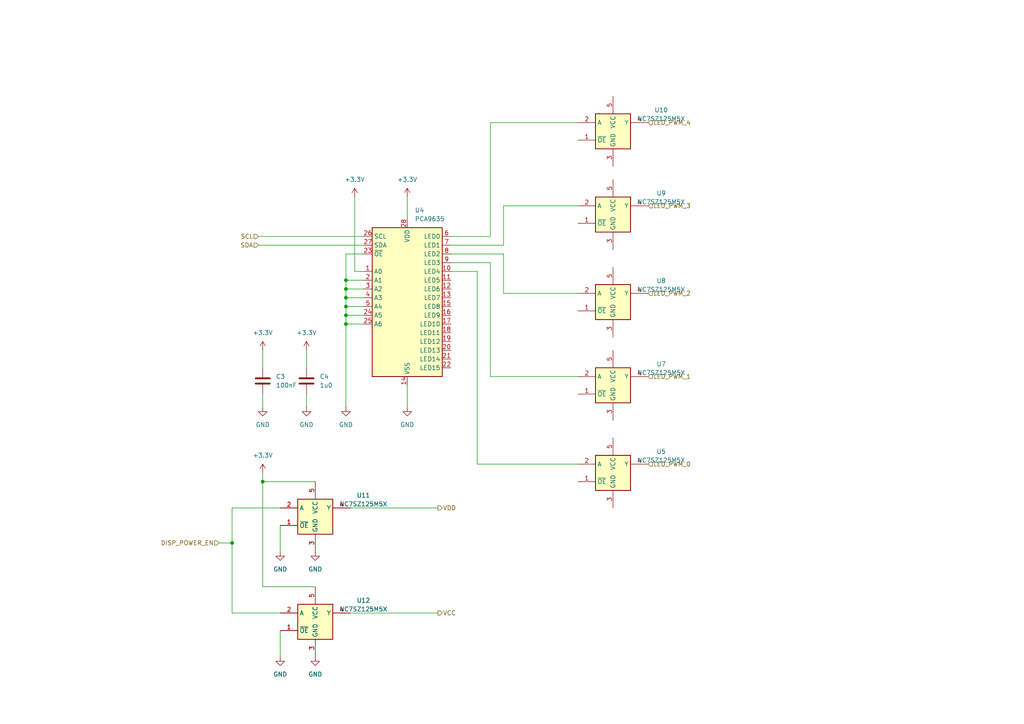
<source format=kicad_sch>
(kicad_sch (version 20231120) (generator "eeschema") (generator_version "8.0")
  (paper "A4")
  (lib_symbols
    (symbol "74xGxx:NC7SZ125M5X"
      (property "Reference" "U" (at -5.08 6.35 0))
      (property "Value" "NC7SZ125M5X" (at 7.62 6.35 0))
      (symbol "NC7SZ125M5X_0_1"
        (rectangle (start -5.08 5.08) (end 5.08 -5.08) (stroke (width 0.254)) (fill (type background)))
      )
      (symbol "NC7SZ125M5X_1_1"
        (pin input line (at -10.16 -2.54 0) (length 5.08) (name "~{OE}") (number "1"))
        (pin input line (at -10.16 2.54 0) (length 5.08) (name "A") (number "2"))
        (pin power_in line (at 0 -10.16 90) (length 5.08) (name "GND") (number "3"))
        (pin output line (at 10.16 2.54 180) (length 5.08) (name "Y") (number "4"))
        (pin power_in line (at 0 10.16 270) (length 5.08) (name "VCC") (number "5"))
      )
    )
    (symbol "Device:C" (pin_numbers hide) (pin_names (offset 0.254))
      (property "Reference" "C" (at 0.635 2.54 0))
      (property "Value" "C" (at 0.635 -2.54 0))
      (symbol "C_0_1"
        (polyline (pts (xy -2.032 -0.762) (xy 2.032 -0.762)) (stroke (width 0.508)))
        (polyline (pts (xy -2.032 0.762) (xy 2.032 0.762)) (stroke (width 0.508)))
      )
      (symbol "C_1_1"
        (pin passive line (at 0 3.81 270) (length 2.794) (name "~") (number "1"))
        (pin passive line (at 0 -3.81 90) (length 2.794) (name "~") (number "2"))
      )
    )
    (symbol "Driver_LED:PCA9635"
      (property "Reference" "U" (at -10.16 24.13 0))
      (property "Value" "PCA9635" (at 2.54 -21.59 0))
      (symbol "PCA9635_0_1"
        (rectangle (start -10.16 22.86) (end 10.16 -20.32) (stroke (width 0.254)) (fill (type background)))
      )
      (symbol "PCA9635_1_1"
        (pin input line (at -12.7 10.16 0) (length 2.54) (name "A0") (number "1"))
        (pin output line (at 12.7 10.16 180) (length 2.54) (name "LED4") (number "10"))
        (pin output line (at 12.7 7.62 180) (length 2.54) (name "LED5") (number "11"))
        (pin output line (at 12.7 5.08 180) (length 2.54) (name "LED6") (number "12"))
        (pin output line (at 12.7 2.54 180) (length 2.54) (name "LED7") (number "13"))
        (pin power_in line (at 0 -22.86 90) (length 2.54) (name "VSS") (number "14"))
        (pin output line (at 12.7 0 180) (length 2.54) (name "LED8") (number "15"))
        (pin output line (at 12.7 -2.54 180) (length 2.54) (name "LED9") (number "16"))
        (pin output line (at 12.7 -5.08 180) (length 2.54) (name "LED10") (number "17"))
        (pin output line (at 12.7 -7.62 180) (length 2.54) (name "LED11") (number "18"))
        (pin output line (at 12.7 -10.16 180) (length 2.54) (name "LED12") (number "19"))
        (pin input line (at -12.7 7.62 0) (length 2.54) (name "A1") (number "2"))
        (pin output line (at 12.7 -12.7 180) (length 2.54) (name "LED13") (number "20"))
        (pin output line (at 12.7 -15.24 180) (length 2.54) (name "LED14") (number "21"))
        (pin output line (at 12.7 -17.78 180) (length 2.54) (name "LED15") (number "22"))
        (pin input line (at -12.7 15.24 0) (length 2.54) (name "~{OE}") (number "23"))
        (pin input line (at -12.7 -2.54 0) (length 2.54) (name "A5") (number "24"))
        (pin input line (at -12.7 -5.08 0) (length 2.54) (name "A6") (number "25"))
        (pin input line (at -12.7 20.32 0) (length 2.54) (name "SCL") (number "26"))
        (pin bidirectional line (at -12.7 17.78 0) (length 2.54) (name "SDA") (number "27"))
        (pin power_in line (at 0 25.4 270) (length 2.54) (name "VDD") (number "28"))
        (pin input line (at -12.7 5.08 0) (length 2.54) (name "A2") (number "3"))
        (pin input line (at -12.7 2.54 0) (length 2.54) (name "A3") (number "4"))
        (pin input line (at -12.7 0 0) (length 2.54) (name "A4") (number "5"))
        (pin output line (at 12.7 20.32 180) (length 2.54) (name "LED0") (number "6"))
        (pin output line (at 12.7 17.78 180) (length 2.54) (name "LED1") (number "7"))
        (pin output line (at 12.7 15.24 180) (length 2.54) (name "LED2") (number "8"))
        (pin output line (at 12.7 12.7 180) (length 2.54) (name "LED3") (number "9"))
      )
    )
    (symbol "power:+3.3V" (power) (pin_numbers hide) (pin_names (offset 0) hide)
      (property "Value" "+3.3V" (at 0 3.556 0))
      (symbol "+3.3V_0_1"
        (polyline (pts (xy -0.762 1.27) (xy 0 2.54)))
        (polyline (pts (xy 0 0) (xy 0 2.54)))
        (polyline (pts (xy 0 2.54) (xy 0.762 1.27)))
      )
      (symbol "+3.3V_1_1"
        (pin power_in line (at 0 0 90) (length 0) (name "~") (number "1"))
      )
    )
    (symbol "power:GND" (power) (pin_numbers hide) (pin_names (offset 0) hide)
      (property "Value" "GND" (at 0 -3.81 0))
      (symbol "GND_0_1"
        (polyline (pts (xy 0 0) (xy 0 -1.27) (xy 1.27 -1.27) (xy 0 -2.54) (xy -1.27 -1.27) (xy 0 -1.27)))
      )
      (symbol "GND_1_1"
        (pin power_in line (at 0 0 270) (length 0) (name "~") (number "1"))
      )
    )
  )
  (junction (at 100.33 81.28))
  (junction (at 100.33 88.9))
  (junction (at 100.33 91.44))
  (junction (at 67.31 157.48))
  (junction (at 100.33 86.36))
  (junction (at 100.33 83.82))
  (junction (at 100.33 93.98))
  (junction (at 76.2 139.7))
  (wire (pts (xy 67.31 147.32) (xy 67.31 157.48)))
  (wire (pts (xy 101.6 177.8) (xy 127 177.8)))
  (wire (pts (xy 76.2 101.6) (xy 76.2 106.68)))
  (wire (pts (xy 146.05 85.09) (xy 146.05 73.66)))
  (wire (pts (xy 81.28 152.4) (xy 81.28 160.02)))
  (wire (pts (xy 100.33 81.28) (xy 100.33 83.82)))
  (wire (pts (xy 100.33 93.98) (xy 100.33 118.11)))
  (wire (pts (xy 142.24 76.2) (xy 142.24 109.22)))
  (wire (pts (xy 118.11 57.15) (xy 118.11 63.5)))
  (wire (pts (xy 142.24 109.22) (xy 167.64 109.22)))
  (wire (pts (xy 100.33 83.82) (xy 105.41 83.82)))
  (wire (pts (xy 146.05 71.12) (xy 146.05 59.69)))
  (wire (pts (xy 100.33 91.44) (xy 100.33 93.98)))
  (wire (pts (xy 81.28 147.32) (xy 67.31 147.32)))
  (wire (pts (xy 100.33 93.98) (xy 105.41 93.98)))
  (wire (pts (xy 100.33 73.66) (xy 100.33 81.28)))
  (wire (pts (xy 146.05 59.69) (xy 167.64 59.69)))
  (wire (pts (xy 138.43 134.62) (xy 167.64 134.62)))
  (wire (pts (xy 142.24 35.56) (xy 167.64 35.56)))
  (wire (pts (xy 81.28 182.88) (xy 81.28 190.5)))
  (wire (pts (xy 74.93 68.58) (xy 105.41 68.58)))
  (wire (pts (xy 130.81 78.74) (xy 138.43 78.74)))
  (wire (pts (xy 130.81 76.2) (xy 142.24 76.2)))
  (wire (pts (xy 100.33 86.36) (xy 100.33 88.9)))
  (wire (pts (xy 81.28 177.8) (xy 67.31 177.8)))
  (wire (pts (xy 167.64 85.09) (xy 146.05 85.09)))
  (wire (pts (xy 142.24 68.58) (xy 142.24 35.56)))
  (wire (pts (xy 102.87 57.15) (xy 102.87 78.74)))
  (wire (pts (xy 63.5 157.48) (xy 67.31 157.48)))
  (wire (pts (xy 101.6 147.32) (xy 127 147.32)))
  (wire (pts (xy 142.24 68.58) (xy 130.81 68.58)))
  (wire (pts (xy 100.33 86.36) (xy 105.41 86.36)))
  (wire (pts (xy 76.2 114.3) (xy 76.2 118.11)))
  (wire (pts (xy 118.11 111.76) (xy 118.11 118.11)))
  (wire (pts (xy 130.81 71.12) (xy 146.05 71.12)))
  (wire (pts (xy 100.33 88.9) (xy 100.33 91.44)))
  (wire (pts (xy 100.33 91.44) (xy 105.41 91.44)))
  (wire (pts (xy 76.2 137.16) (xy 76.2 139.7)))
  (wire (pts (xy 76.2 139.7) (xy 76.2 170.18)))
  (wire (pts (xy 100.33 83.82) (xy 100.33 86.36)))
  (wire (pts (xy 88.9 114.3) (xy 88.9 118.11)))
  (wire (pts (xy 67.31 177.8) (xy 67.31 157.48)))
  (wire (pts (xy 130.81 73.66) (xy 146.05 73.66)))
  (wire (pts (xy 88.9 101.6) (xy 88.9 106.68)))
  (wire (pts (xy 100.33 88.9) (xy 105.41 88.9)))
  (wire (pts (xy 100.33 81.28) (xy 105.41 81.28)))
  (wire (pts (xy 74.93 71.12) (xy 105.41 71.12)))
  (wire (pts (xy 76.2 170.18) (xy 91.44 170.18)))
  (wire (pts (xy 138.43 134.62) (xy 138.43 78.74)))
  (wire (pts (xy 105.41 73.66) (xy 100.33 73.66)))
  (wire (pts (xy 76.2 139.7) (xy 91.44 139.7)))
  (wire (pts (xy 105.41 78.74) (xy 102.87 78.74)))
  (hierarchical_label "VCC" (shape output) (at 127 177.8 0))
  (hierarchical_label "LED_PWM_0" (shape input) (at 187.96 134.62 0))
  (hierarchical_label "LED_PWM_1" (shape input) (at 187.96 109.22 0))
  (hierarchical_label "SDA" (shape input) (at 74.93 71.12 180))
  (hierarchical_label "VDD" (shape output) (at 127 147.32 0))
  (hierarchical_label "LED_PWM_4" (shape input) (at 187.96 35.56 0))
  (hierarchical_label "SCL" (shape input) (at 74.93 68.58 180))
  (hierarchical_label "LED_PWM_3" (shape input) (at 187.96 59.69 0))
  (hierarchical_label "LED_PWM_2" (shape input) (at 187.96 85.09 0))
  (hierarchical_label "DISP_POWER_EN" (shape input) (at 63.5 157.48 180))
  (symbol (lib_id "power:GND") (at 81.28 190.5 0) (unit 1)
    (property "Reference" "#PWR051" (effects (hide yes)))
    (property "Value" "GND" (at 81.28 195.58 0))
    (property "Description" "Power symbol creates a global label with name \"GND\" , ground" (effects (hide yes)))
  )
  (symbol (lib_id "power:GND") (at 100.33 118.11 0) (unit 1)
    (property "Reference" "#PWR015" (effects (hide yes)))
    (property "Value" "GND" (at 100.33 123.19 0))
    (property "Description" "Power symbol creates a global label with name \"GND\" , ground" (effects (hide yes)))
  )
  (symbol (lib_id "Device:C") (at 88.9 110.49 0) (unit 1)
    (property "Reference" "C4" (at 92.71 109.2199 0) (effects (justify left)))
    (property "Value" "1u0" (at 92.71 111.7599 0) (effects (justify left)))
    (property "Footprint" "Capacitor_SMD:C_0603_1608Metric" (effects (hide yes)))
    (property "Description" "Unpolarized capacitor" (effects (hide yes)))
  )
  (symbol (lib_id "74xGxx:NC7SZ125M5X") (at 91.44 149.86 0) (unit 1)
    (property "Reference" "U11" (at 105.41 143.672 0))
    (property "Value" "NC7SZ125M5X" (at 105.41 146.212 0))
    (property "Footprint" "Package_TO_SOT_SMD:SOT-23-5" (effects (hide yes)))
    (property "Datasheet" "https://www.onsemi.com/pdf/datasheet/nc7sz125-d.pdf" (effects (hide yes)))
    (property "Description" "TinyLogic UHS Buffer, Tri-State Output, SOT-23-5" (effects (hide yes)))
  )
  (symbol (lib_id "power:+3.3V") (at 88.9 101.6 0) (unit 1)
    (property "Reference" "#PWR025" (effects (hide yes)))
    (property "Value" "+3.3V" (at 88.9 96.52 0))
    (property "Description" "Power symbol creates a global label with name \"+3.3V\"" (effects (hide yes)))
  )
  (symbol (lib_id "Device:C") (at 76.2 110.49 0) (unit 1)
    (property "Reference" "C3" (at 80.01 109.2199 0) (effects (justify left)))
    (property "Value" "100nF" (at 80.01 111.7599 0) (effects (justify left)))
    (property "Footprint" "Capacitor_SMD:C_0603_1608Metric" (effects (hide yes)))
    (property "Description" "Unpolarized capacitor" (effects (hide yes)))
  )
  (symbol (lib_id "power:GND") (at 88.9 118.11 0) (unit 1)
    (property "Reference" "#PWR026" (effects (hide yes)))
    (property "Value" "GND" (at 88.9 123.19 0))
    (property "Description" "Power symbol creates a global label with name \"GND\" , ground" (effects (hide yes)))
  )
  (symbol (lib_id "power:+3.3V") (at 76.2 137.16 0) (unit 1)
    (property "Reference" "#PWR049" (effects (hide yes)))
    (property "Value" "+3.3V" (at 76.2 132.08 0))
    (property "Description" "Power symbol creates a global label with name \"+3.3V\"" (effects (hide yes)))
  )
  (symbol (lib_id "74xGxx:NC7SZ125M5X") (at 91.44 180.34 0) (unit 1)
    (property "Reference" "U12" (at 105.41 174.152 0))
    (property "Value" "NC7SZ125M5X" (at 105.41 176.692 0))
    (property "Footprint" "Package_TO_SOT_SMD:SOT-23-5" (effects (hide yes)))
    (property "Datasheet" "https://www.onsemi.com/pdf/datasheet/nc7sz125-d.pdf" (effects (hide yes)))
    (property "Description" "TinyLogic UHS Buffer, Tri-State Output, SOT-23-5" (effects (hide yes)))
  )
  (symbol (lib_id "power:GND") (at 76.2 118.11 0) (unit 1)
    (property "Reference" "#PWR024" (effects (hide yes)))
    (property "Value" "GND" (at 76.2 123.19 0))
    (property "Description" "Power symbol creates a global label with name \"GND\" , ground" (effects (hide yes)))
  )
  (symbol (lib_id "power:GND") (at 118.11 118.11 0) (unit 1)
    (property "Reference" "#PWR014" (effects (hide yes)))
    (property "Value" "GND" (at 118.11 123.19 0))
    (property "Description" "Power symbol creates a global label with name \"GND\" , ground" (effects (hide yes)))
  )
  (symbol (lib_id "power:+3.3V") (at 118.11 57.15 0) (unit 1)
    (property "Reference" "#PWR016" (effects (hide yes)))
    (property "Value" "+3.3V" (at 118.11 52.07 0))
    (property "Description" "Power symbol creates a global label with name \"+3.3V\"" (effects (hide yes)))
  )
  (symbol (lib_id "74xGxx:NC7SZ125M5X") (at 177.8 62.23 0) (unit 1)
    (property "Reference" "U9" (at 191.77 56.042 0))
    (property "Value" "NC7SZ125M5X" (at 191.77 58.582 0))
    (property "Footprint" "Package_TO_SOT_SMD:SOT-23-5" (effects (hide yes)))
    (property "Datasheet" "https://www.onsemi.com/pdf/datasheet/nc7sz125-d.pdf" (effects (hide yes)))
    (property "Description" "TinyLogic UHS Buffer, Tri-State Output, SOT-23-5" (effects (hide yes)))
  )
  (symbol (lib_id "power:+3.3V") (at 102.87 57.15 0) (unit 1)
    (property "Reference" "#PWR017" (effects (hide yes)))
    (property "Value" "+3.3V" (at 102.87 52.07 0))
    (property "Description" "Power symbol creates a global label with name \"+3.3V\"" (effects (hide yes)))
  )
  (symbol (lib_id "74xGxx:NC7SZ125M5X") (at 177.8 111.76 0) (unit 1)
    (property "Reference" "U7" (at 191.77 105.572 0))
    (property "Value" "NC7SZ125M5X" (at 191.77 108.112 0))
    (property "Footprint" "Package_TO_SOT_SMD:SOT-23-5" (effects (hide yes)))
    (property "Datasheet" "https://www.onsemi.com/pdf/datasheet/nc7sz125-d.pdf" (effects (hide yes)))
    (property "Description" "TinyLogic UHS Buffer, Tri-State Output, SOT-23-5" (effects (hide yes)))
  )
  (symbol (lib_id "Driver_LED:PCA9635") (at 118.11 88.9 0) (unit 1)
    (property "Reference" "U4" (at 120.3041 60.96 0) (effects (justify left)))
    (property "Value" "PCA9635" (at 120.3041 63.5 0) (effects (justify left)))
    (property "Footprint" "Package_SO:TSSOP-28_4.4x9.7mm_P0.65mm" (effects (hide yes)))
    (property "Datasheet" "https://www.nxp.com/docs/en/data-sheet/PCA9635.pdf" (effects (hide yes)))
    (property "Description" "16-bit PWM Fm+ I2C-bus LED driver, TSSOP-28" (effects (hide yes)))
  )
  (symbol (lib_id "74xGxx:NC7SZ125M5X") (at 177.8 137.16 0) (unit 1)
    (property "Reference" "U5" (at 191.77 130.972 0))
    (property "Value" "NC7SZ125M5X" (at 191.77 133.512 0))
    (property "Footprint" "Package_TO_SOT_SMD:SOT-23-5" (effects (hide yes)))
    (property "Datasheet" "https://www.onsemi.com/pdf/datasheet/nc7sz125-d.pdf" (effects (hide yes)))
    (property "Description" "TinyLogic UHS Buffer, Tri-State Output, SOT-23-5" (effects (hide yes)))
  )
  (symbol (lib_id "power:GND") (at 81.28 160.02 0) (unit 1)
    (property "Reference" "#PWR050" (effects (hide yes)))
    (property "Value" "GND" (at 81.28 165.1 0))
    (property "Description" "Power symbol creates a global label with name \"GND\" , ground" (effects (hide yes)))
  )
  (symbol (lib_id "74xGxx:NC7SZ125M5X") (at 177.8 87.63 0) (unit 1)
    (property "Reference" "U8" (at 191.77 81.442 0))
    (property "Value" "NC7SZ125M5X" (at 191.77 83.982 0))
    (property "Footprint" "Package_TO_SOT_SMD:SOT-23-5" (effects (hide yes)))
    (property "Datasheet" "https://www.onsemi.com/pdf/datasheet/nc7sz125-d.pdf" (effects (hide yes)))
    (property "Description" "TinyLogic UHS Buffer, Tri-State Output, SOT-23-5" (effects (hide yes)))
  )
  (symbol (lib_id "power:+3.3V") (at 76.2 101.6 0) (unit 1)
    (property "Reference" "#PWR023" (effects (hide yes)))
    (property "Value" "+3.3V" (at 76.2 96.52 0))
    (property "Description" "Power symbol creates a global label with name \"+3.3V\"" (effects (hide yes)))
  )
  (symbol (lib_id "74xGxx:NC7SZ125M5X") (at 177.8 38.1 0) (unit 1)
    (property "Reference" "U10" (at 191.77 31.912 0))
    (property "Value" "NC7SZ125M5X" (at 191.77 34.452 0))
    (property "Footprint" "Package_TO_SOT_SMD:SOT-23-5" (effects (hide yes)))
    (property "Datasheet" "https://www.onsemi.com/pdf/datasheet/nc7sz125-d.pdf" (effects (hide yes)))
    (property "Description" "TinyLogic UHS Buffer, Tri-State Output, SOT-23-5" (effects (hide yes)))
  )
  (symbol (lib_id "power:GND") (at 91.44 190.5 0) (unit 1)
    (property "Reference" "#PWR048" (effects (hide yes)))
    (property "Value" "GND" (at 91.44 195.58 0))
    (property "Description" "Power symbol creates a global label with name \"GND\" , ground" (effects (hide yes)))
  )
  (symbol (lib_id "power:GND") (at 91.44 160.02 0) (unit 1)
    (property "Reference" "#PWR045" (effects (hide yes)))
    (property "Value" "GND" (at 91.44 165.1 0))
    (property "Description" "Power symbol creates a global label with name \"GND\" , ground" (effects (hide yes)))
  )
)
</source>
